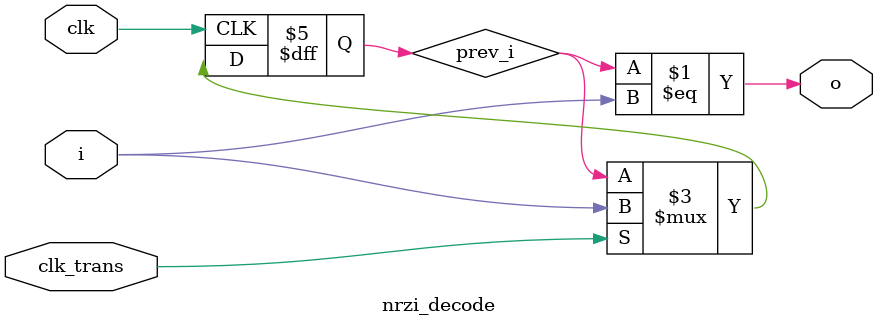
<source format=sv>

`timescale 1ns / 10ps

module nrzi_decode
	(
	    input wire clk,
	    input wire clk_trans,
	    input wire i,
	    output wire o
	);

reg prev_i;
assign o = (prev_i == i);

always @ (posedge clk) begin
    if (clk_trans) begin
        prev_i <= i;
    end
end

endmodule
</source>
